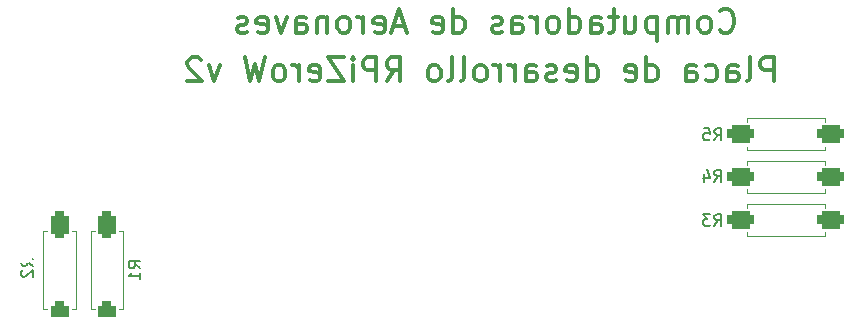
<source format=gbr>
%TF.GenerationSoftware,KiCad,Pcbnew,7.0.1-0*%
%TF.CreationDate,2023-12-26T23:08:58-03:00*%
%TF.ProjectId,rpizerow_kit_desarrollo,7270697a-6572-46f7-975f-6b69745f6465,2*%
%TF.SameCoordinates,Original*%
%TF.FileFunction,Legend,Bot*%
%TF.FilePolarity,Positive*%
%FSLAX46Y46*%
G04 Gerber Fmt 4.6, Leading zero omitted, Abs format (unit mm)*
G04 Created by KiCad (PCBNEW 7.0.1-0) date 2023-12-26 23:08:58*
%MOMM*%
%LPD*%
G01*
G04 APERTURE LIST*
G04 Aperture macros list*
%AMRoundRect*
0 Rectangle with rounded corners*
0 $1 Rounding radius*
0 $2 $3 $4 $5 $6 $7 $8 $9 X,Y pos of 4 corners*
0 Add a 4 corners polygon primitive as box body*
4,1,4,$2,$3,$4,$5,$6,$7,$8,$9,$2,$3,0*
0 Add four circle primitives for the rounded corners*
1,1,$1+$1,$2,$3*
1,1,$1+$1,$4,$5*
1,1,$1+$1,$6,$7*
1,1,$1+$1,$8,$9*
0 Add four rect primitives between the rounded corners*
20,1,$1+$1,$2,$3,$4,$5,0*
20,1,$1+$1,$4,$5,$6,$7,0*
20,1,$1+$1,$6,$7,$8,$9,0*
20,1,$1+$1,$8,$9,$2,$3,0*%
G04 Aperture macros list end*
%ADD10C,0.300000*%
%ADD11C,0.150000*%
%ADD12C,0.120000*%
%ADD13O,1.600000X1.600000*%
%ADD14C,1.600000*%
%ADD15O,1.700000X1.700000*%
%ADD16R,1.700000X1.700000*%
%ADD17C,2.000000*%
%ADD18R,2.000000X2.000000*%
%ADD19C,1.440000*%
%ADD20O,1.400000X1.400000*%
%ADD21C,1.400000*%
%ADD22R,2.600000X2.600000*%
%ADD23C,2.600000*%
%ADD24C,1.700000*%
%ADD25R,1.800000X1.070000*%
%ADD26O,1.800000X1.070000*%
%ADD27RoundRect,0.381000X0.381000X-0.762000X0.381000X0.762000X-0.381000X0.762000X-0.381000X-0.762000X0*%
%ADD28RoundRect,0.381000X-0.762000X-0.381000X0.762000X-0.381000X0.762000X0.381000X-0.762000X0.381000X0*%
G04 APERTURE END LIST*
D10*
X101923809Y-31455238D02*
X101923809Y-29455238D01*
X101923809Y-29455238D02*
X101161904Y-29455238D01*
X101161904Y-29455238D02*
X100971428Y-29550476D01*
X100971428Y-29550476D02*
X100876190Y-29645714D01*
X100876190Y-29645714D02*
X100780952Y-29836190D01*
X100780952Y-29836190D02*
X100780952Y-30121904D01*
X100780952Y-30121904D02*
X100876190Y-30312380D01*
X100876190Y-30312380D02*
X100971428Y-30407619D01*
X100971428Y-30407619D02*
X101161904Y-30502857D01*
X101161904Y-30502857D02*
X101923809Y-30502857D01*
X99638095Y-31455238D02*
X99828571Y-31360000D01*
X99828571Y-31360000D02*
X99923809Y-31169523D01*
X99923809Y-31169523D02*
X99923809Y-29455238D01*
X98019047Y-31455238D02*
X98019047Y-30407619D01*
X98019047Y-30407619D02*
X98114285Y-30217142D01*
X98114285Y-30217142D02*
X98304761Y-30121904D01*
X98304761Y-30121904D02*
X98685714Y-30121904D01*
X98685714Y-30121904D02*
X98876190Y-30217142D01*
X98019047Y-31360000D02*
X98209523Y-31455238D01*
X98209523Y-31455238D02*
X98685714Y-31455238D01*
X98685714Y-31455238D02*
X98876190Y-31360000D01*
X98876190Y-31360000D02*
X98971428Y-31169523D01*
X98971428Y-31169523D02*
X98971428Y-30979047D01*
X98971428Y-30979047D02*
X98876190Y-30788571D01*
X98876190Y-30788571D02*
X98685714Y-30693333D01*
X98685714Y-30693333D02*
X98209523Y-30693333D01*
X98209523Y-30693333D02*
X98019047Y-30598095D01*
X96209523Y-31360000D02*
X96399999Y-31455238D01*
X96399999Y-31455238D02*
X96780952Y-31455238D01*
X96780952Y-31455238D02*
X96971428Y-31360000D01*
X96971428Y-31360000D02*
X97066666Y-31264761D01*
X97066666Y-31264761D02*
X97161904Y-31074285D01*
X97161904Y-31074285D02*
X97161904Y-30502857D01*
X97161904Y-30502857D02*
X97066666Y-30312380D01*
X97066666Y-30312380D02*
X96971428Y-30217142D01*
X96971428Y-30217142D02*
X96780952Y-30121904D01*
X96780952Y-30121904D02*
X96399999Y-30121904D01*
X96399999Y-30121904D02*
X96209523Y-30217142D01*
X94495237Y-31455238D02*
X94495237Y-30407619D01*
X94495237Y-30407619D02*
X94590475Y-30217142D01*
X94590475Y-30217142D02*
X94780951Y-30121904D01*
X94780951Y-30121904D02*
X95161904Y-30121904D01*
X95161904Y-30121904D02*
X95352380Y-30217142D01*
X94495237Y-31360000D02*
X94685713Y-31455238D01*
X94685713Y-31455238D02*
X95161904Y-31455238D01*
X95161904Y-31455238D02*
X95352380Y-31360000D01*
X95352380Y-31360000D02*
X95447618Y-31169523D01*
X95447618Y-31169523D02*
X95447618Y-30979047D01*
X95447618Y-30979047D02*
X95352380Y-30788571D01*
X95352380Y-30788571D02*
X95161904Y-30693333D01*
X95161904Y-30693333D02*
X94685713Y-30693333D01*
X94685713Y-30693333D02*
X94495237Y-30598095D01*
X91161903Y-31455238D02*
X91161903Y-29455238D01*
X91161903Y-31360000D02*
X91352379Y-31455238D01*
X91352379Y-31455238D02*
X91733332Y-31455238D01*
X91733332Y-31455238D02*
X91923808Y-31360000D01*
X91923808Y-31360000D02*
X92019046Y-31264761D01*
X92019046Y-31264761D02*
X92114284Y-31074285D01*
X92114284Y-31074285D02*
X92114284Y-30502857D01*
X92114284Y-30502857D02*
X92019046Y-30312380D01*
X92019046Y-30312380D02*
X91923808Y-30217142D01*
X91923808Y-30217142D02*
X91733332Y-30121904D01*
X91733332Y-30121904D02*
X91352379Y-30121904D01*
X91352379Y-30121904D02*
X91161903Y-30217142D01*
X89447617Y-31360000D02*
X89638093Y-31455238D01*
X89638093Y-31455238D02*
X90019046Y-31455238D01*
X90019046Y-31455238D02*
X90209522Y-31360000D01*
X90209522Y-31360000D02*
X90304760Y-31169523D01*
X90304760Y-31169523D02*
X90304760Y-30407619D01*
X90304760Y-30407619D02*
X90209522Y-30217142D01*
X90209522Y-30217142D02*
X90019046Y-30121904D01*
X90019046Y-30121904D02*
X89638093Y-30121904D01*
X89638093Y-30121904D02*
X89447617Y-30217142D01*
X89447617Y-30217142D02*
X89352379Y-30407619D01*
X89352379Y-30407619D02*
X89352379Y-30598095D01*
X89352379Y-30598095D02*
X90304760Y-30788571D01*
X86114283Y-31455238D02*
X86114283Y-29455238D01*
X86114283Y-31360000D02*
X86304759Y-31455238D01*
X86304759Y-31455238D02*
X86685712Y-31455238D01*
X86685712Y-31455238D02*
X86876188Y-31360000D01*
X86876188Y-31360000D02*
X86971426Y-31264761D01*
X86971426Y-31264761D02*
X87066664Y-31074285D01*
X87066664Y-31074285D02*
X87066664Y-30502857D01*
X87066664Y-30502857D02*
X86971426Y-30312380D01*
X86971426Y-30312380D02*
X86876188Y-30217142D01*
X86876188Y-30217142D02*
X86685712Y-30121904D01*
X86685712Y-30121904D02*
X86304759Y-30121904D01*
X86304759Y-30121904D02*
X86114283Y-30217142D01*
X84399997Y-31360000D02*
X84590473Y-31455238D01*
X84590473Y-31455238D02*
X84971426Y-31455238D01*
X84971426Y-31455238D02*
X85161902Y-31360000D01*
X85161902Y-31360000D02*
X85257140Y-31169523D01*
X85257140Y-31169523D02*
X85257140Y-30407619D01*
X85257140Y-30407619D02*
X85161902Y-30217142D01*
X85161902Y-30217142D02*
X84971426Y-30121904D01*
X84971426Y-30121904D02*
X84590473Y-30121904D01*
X84590473Y-30121904D02*
X84399997Y-30217142D01*
X84399997Y-30217142D02*
X84304759Y-30407619D01*
X84304759Y-30407619D02*
X84304759Y-30598095D01*
X84304759Y-30598095D02*
X85257140Y-30788571D01*
X83542854Y-31360000D02*
X83352378Y-31455238D01*
X83352378Y-31455238D02*
X82971426Y-31455238D01*
X82971426Y-31455238D02*
X82780949Y-31360000D01*
X82780949Y-31360000D02*
X82685711Y-31169523D01*
X82685711Y-31169523D02*
X82685711Y-31074285D01*
X82685711Y-31074285D02*
X82780949Y-30883809D01*
X82780949Y-30883809D02*
X82971426Y-30788571D01*
X82971426Y-30788571D02*
X83257140Y-30788571D01*
X83257140Y-30788571D02*
X83447616Y-30693333D01*
X83447616Y-30693333D02*
X83542854Y-30502857D01*
X83542854Y-30502857D02*
X83542854Y-30407619D01*
X83542854Y-30407619D02*
X83447616Y-30217142D01*
X83447616Y-30217142D02*
X83257140Y-30121904D01*
X83257140Y-30121904D02*
X82971426Y-30121904D01*
X82971426Y-30121904D02*
X82780949Y-30217142D01*
X80971425Y-31455238D02*
X80971425Y-30407619D01*
X80971425Y-30407619D02*
X81066663Y-30217142D01*
X81066663Y-30217142D02*
X81257139Y-30121904D01*
X81257139Y-30121904D02*
X81638092Y-30121904D01*
X81638092Y-30121904D02*
X81828568Y-30217142D01*
X80971425Y-31360000D02*
X81161901Y-31455238D01*
X81161901Y-31455238D02*
X81638092Y-31455238D01*
X81638092Y-31455238D02*
X81828568Y-31360000D01*
X81828568Y-31360000D02*
X81923806Y-31169523D01*
X81923806Y-31169523D02*
X81923806Y-30979047D01*
X81923806Y-30979047D02*
X81828568Y-30788571D01*
X81828568Y-30788571D02*
X81638092Y-30693333D01*
X81638092Y-30693333D02*
X81161901Y-30693333D01*
X81161901Y-30693333D02*
X80971425Y-30598095D01*
X80019044Y-31455238D02*
X80019044Y-30121904D01*
X80019044Y-30502857D02*
X79923806Y-30312380D01*
X79923806Y-30312380D02*
X79828568Y-30217142D01*
X79828568Y-30217142D02*
X79638092Y-30121904D01*
X79638092Y-30121904D02*
X79447615Y-30121904D01*
X78780949Y-31455238D02*
X78780949Y-30121904D01*
X78780949Y-30502857D02*
X78685711Y-30312380D01*
X78685711Y-30312380D02*
X78590473Y-30217142D01*
X78590473Y-30217142D02*
X78399997Y-30121904D01*
X78399997Y-30121904D02*
X78209520Y-30121904D01*
X77257140Y-31455238D02*
X77447616Y-31360000D01*
X77447616Y-31360000D02*
X77542854Y-31264761D01*
X77542854Y-31264761D02*
X77638092Y-31074285D01*
X77638092Y-31074285D02*
X77638092Y-30502857D01*
X77638092Y-30502857D02*
X77542854Y-30312380D01*
X77542854Y-30312380D02*
X77447616Y-30217142D01*
X77447616Y-30217142D02*
X77257140Y-30121904D01*
X77257140Y-30121904D02*
X76971425Y-30121904D01*
X76971425Y-30121904D02*
X76780949Y-30217142D01*
X76780949Y-30217142D02*
X76685711Y-30312380D01*
X76685711Y-30312380D02*
X76590473Y-30502857D01*
X76590473Y-30502857D02*
X76590473Y-31074285D01*
X76590473Y-31074285D02*
X76685711Y-31264761D01*
X76685711Y-31264761D02*
X76780949Y-31360000D01*
X76780949Y-31360000D02*
X76971425Y-31455238D01*
X76971425Y-31455238D02*
X77257140Y-31455238D01*
X75447616Y-31455238D02*
X75638092Y-31360000D01*
X75638092Y-31360000D02*
X75733330Y-31169523D01*
X75733330Y-31169523D02*
X75733330Y-29455238D01*
X74399997Y-31455238D02*
X74590473Y-31360000D01*
X74590473Y-31360000D02*
X74685711Y-31169523D01*
X74685711Y-31169523D02*
X74685711Y-29455238D01*
X73352378Y-31455238D02*
X73542854Y-31360000D01*
X73542854Y-31360000D02*
X73638092Y-31264761D01*
X73638092Y-31264761D02*
X73733330Y-31074285D01*
X73733330Y-31074285D02*
X73733330Y-30502857D01*
X73733330Y-30502857D02*
X73638092Y-30312380D01*
X73638092Y-30312380D02*
X73542854Y-30217142D01*
X73542854Y-30217142D02*
X73352378Y-30121904D01*
X73352378Y-30121904D02*
X73066663Y-30121904D01*
X73066663Y-30121904D02*
X72876187Y-30217142D01*
X72876187Y-30217142D02*
X72780949Y-30312380D01*
X72780949Y-30312380D02*
X72685711Y-30502857D01*
X72685711Y-30502857D02*
X72685711Y-31074285D01*
X72685711Y-31074285D02*
X72780949Y-31264761D01*
X72780949Y-31264761D02*
X72876187Y-31360000D01*
X72876187Y-31360000D02*
X73066663Y-31455238D01*
X73066663Y-31455238D02*
X73352378Y-31455238D01*
X69161901Y-31455238D02*
X69828568Y-30502857D01*
X70304758Y-31455238D02*
X70304758Y-29455238D01*
X70304758Y-29455238D02*
X69542853Y-29455238D01*
X69542853Y-29455238D02*
X69352377Y-29550476D01*
X69352377Y-29550476D02*
X69257139Y-29645714D01*
X69257139Y-29645714D02*
X69161901Y-29836190D01*
X69161901Y-29836190D02*
X69161901Y-30121904D01*
X69161901Y-30121904D02*
X69257139Y-30312380D01*
X69257139Y-30312380D02*
X69352377Y-30407619D01*
X69352377Y-30407619D02*
X69542853Y-30502857D01*
X69542853Y-30502857D02*
X70304758Y-30502857D01*
X68304758Y-31455238D02*
X68304758Y-29455238D01*
X68304758Y-29455238D02*
X67542853Y-29455238D01*
X67542853Y-29455238D02*
X67352377Y-29550476D01*
X67352377Y-29550476D02*
X67257139Y-29645714D01*
X67257139Y-29645714D02*
X67161901Y-29836190D01*
X67161901Y-29836190D02*
X67161901Y-30121904D01*
X67161901Y-30121904D02*
X67257139Y-30312380D01*
X67257139Y-30312380D02*
X67352377Y-30407619D01*
X67352377Y-30407619D02*
X67542853Y-30502857D01*
X67542853Y-30502857D02*
X68304758Y-30502857D01*
X66304758Y-31455238D02*
X66304758Y-30121904D01*
X66304758Y-29455238D02*
X66399996Y-29550476D01*
X66399996Y-29550476D02*
X66304758Y-29645714D01*
X66304758Y-29645714D02*
X66209520Y-29550476D01*
X66209520Y-29550476D02*
X66304758Y-29455238D01*
X66304758Y-29455238D02*
X66304758Y-29645714D01*
X65542853Y-29455238D02*
X64209520Y-29455238D01*
X64209520Y-29455238D02*
X65542853Y-31455238D01*
X65542853Y-31455238D02*
X64209520Y-31455238D01*
X62685710Y-31360000D02*
X62876186Y-31455238D01*
X62876186Y-31455238D02*
X63257139Y-31455238D01*
X63257139Y-31455238D02*
X63447615Y-31360000D01*
X63447615Y-31360000D02*
X63542853Y-31169523D01*
X63542853Y-31169523D02*
X63542853Y-30407619D01*
X63542853Y-30407619D02*
X63447615Y-30217142D01*
X63447615Y-30217142D02*
X63257139Y-30121904D01*
X63257139Y-30121904D02*
X62876186Y-30121904D01*
X62876186Y-30121904D02*
X62685710Y-30217142D01*
X62685710Y-30217142D02*
X62590472Y-30407619D01*
X62590472Y-30407619D02*
X62590472Y-30598095D01*
X62590472Y-30598095D02*
X63542853Y-30788571D01*
X61733329Y-31455238D02*
X61733329Y-30121904D01*
X61733329Y-30502857D02*
X61638091Y-30312380D01*
X61638091Y-30312380D02*
X61542853Y-30217142D01*
X61542853Y-30217142D02*
X61352377Y-30121904D01*
X61352377Y-30121904D02*
X61161900Y-30121904D01*
X60209520Y-31455238D02*
X60399996Y-31360000D01*
X60399996Y-31360000D02*
X60495234Y-31264761D01*
X60495234Y-31264761D02*
X60590472Y-31074285D01*
X60590472Y-31074285D02*
X60590472Y-30502857D01*
X60590472Y-30502857D02*
X60495234Y-30312380D01*
X60495234Y-30312380D02*
X60399996Y-30217142D01*
X60399996Y-30217142D02*
X60209520Y-30121904D01*
X60209520Y-30121904D02*
X59923805Y-30121904D01*
X59923805Y-30121904D02*
X59733329Y-30217142D01*
X59733329Y-30217142D02*
X59638091Y-30312380D01*
X59638091Y-30312380D02*
X59542853Y-30502857D01*
X59542853Y-30502857D02*
X59542853Y-31074285D01*
X59542853Y-31074285D02*
X59638091Y-31264761D01*
X59638091Y-31264761D02*
X59733329Y-31360000D01*
X59733329Y-31360000D02*
X59923805Y-31455238D01*
X59923805Y-31455238D02*
X60209520Y-31455238D01*
X58876186Y-29455238D02*
X58399996Y-31455238D01*
X58399996Y-31455238D02*
X58019043Y-30026666D01*
X58019043Y-30026666D02*
X57638091Y-31455238D01*
X57638091Y-31455238D02*
X57161901Y-29455238D01*
X55066662Y-30121904D02*
X54590472Y-31455238D01*
X54590472Y-31455238D02*
X54114281Y-30121904D01*
X53447614Y-29645714D02*
X53352376Y-29550476D01*
X53352376Y-29550476D02*
X53161900Y-29455238D01*
X53161900Y-29455238D02*
X52685709Y-29455238D01*
X52685709Y-29455238D02*
X52495233Y-29550476D01*
X52495233Y-29550476D02*
X52399995Y-29645714D01*
X52399995Y-29645714D02*
X52304757Y-29836190D01*
X52304757Y-29836190D02*
X52304757Y-30026666D01*
X52304757Y-30026666D02*
X52399995Y-30312380D01*
X52399995Y-30312380D02*
X53542852Y-31455238D01*
X53542852Y-31455238D02*
X52304757Y-31455238D01*
X97380952Y-27164761D02*
X97476190Y-27260000D01*
X97476190Y-27260000D02*
X97761904Y-27355238D01*
X97761904Y-27355238D02*
X97952380Y-27355238D01*
X97952380Y-27355238D02*
X98238095Y-27260000D01*
X98238095Y-27260000D02*
X98428571Y-27069523D01*
X98428571Y-27069523D02*
X98523809Y-26879047D01*
X98523809Y-26879047D02*
X98619047Y-26498095D01*
X98619047Y-26498095D02*
X98619047Y-26212380D01*
X98619047Y-26212380D02*
X98523809Y-25831428D01*
X98523809Y-25831428D02*
X98428571Y-25640952D01*
X98428571Y-25640952D02*
X98238095Y-25450476D01*
X98238095Y-25450476D02*
X97952380Y-25355238D01*
X97952380Y-25355238D02*
X97761904Y-25355238D01*
X97761904Y-25355238D02*
X97476190Y-25450476D01*
X97476190Y-25450476D02*
X97380952Y-25545714D01*
X96238095Y-27355238D02*
X96428571Y-27260000D01*
X96428571Y-27260000D02*
X96523809Y-27164761D01*
X96523809Y-27164761D02*
X96619047Y-26974285D01*
X96619047Y-26974285D02*
X96619047Y-26402857D01*
X96619047Y-26402857D02*
X96523809Y-26212380D01*
X96523809Y-26212380D02*
X96428571Y-26117142D01*
X96428571Y-26117142D02*
X96238095Y-26021904D01*
X96238095Y-26021904D02*
X95952380Y-26021904D01*
X95952380Y-26021904D02*
X95761904Y-26117142D01*
X95761904Y-26117142D02*
X95666666Y-26212380D01*
X95666666Y-26212380D02*
X95571428Y-26402857D01*
X95571428Y-26402857D02*
X95571428Y-26974285D01*
X95571428Y-26974285D02*
X95666666Y-27164761D01*
X95666666Y-27164761D02*
X95761904Y-27260000D01*
X95761904Y-27260000D02*
X95952380Y-27355238D01*
X95952380Y-27355238D02*
X96238095Y-27355238D01*
X94714285Y-27355238D02*
X94714285Y-26021904D01*
X94714285Y-26212380D02*
X94619047Y-26117142D01*
X94619047Y-26117142D02*
X94428571Y-26021904D01*
X94428571Y-26021904D02*
X94142856Y-26021904D01*
X94142856Y-26021904D02*
X93952380Y-26117142D01*
X93952380Y-26117142D02*
X93857142Y-26307619D01*
X93857142Y-26307619D02*
X93857142Y-27355238D01*
X93857142Y-26307619D02*
X93761904Y-26117142D01*
X93761904Y-26117142D02*
X93571428Y-26021904D01*
X93571428Y-26021904D02*
X93285714Y-26021904D01*
X93285714Y-26021904D02*
X93095237Y-26117142D01*
X93095237Y-26117142D02*
X92999999Y-26307619D01*
X92999999Y-26307619D02*
X92999999Y-27355238D01*
X92047618Y-26021904D02*
X92047618Y-28021904D01*
X92047618Y-26117142D02*
X91857142Y-26021904D01*
X91857142Y-26021904D02*
X91476189Y-26021904D01*
X91476189Y-26021904D02*
X91285713Y-26117142D01*
X91285713Y-26117142D02*
X91190475Y-26212380D01*
X91190475Y-26212380D02*
X91095237Y-26402857D01*
X91095237Y-26402857D02*
X91095237Y-26974285D01*
X91095237Y-26974285D02*
X91190475Y-27164761D01*
X91190475Y-27164761D02*
X91285713Y-27260000D01*
X91285713Y-27260000D02*
X91476189Y-27355238D01*
X91476189Y-27355238D02*
X91857142Y-27355238D01*
X91857142Y-27355238D02*
X92047618Y-27260000D01*
X89380951Y-26021904D02*
X89380951Y-27355238D01*
X90238094Y-26021904D02*
X90238094Y-27069523D01*
X90238094Y-27069523D02*
X90142856Y-27260000D01*
X90142856Y-27260000D02*
X89952380Y-27355238D01*
X89952380Y-27355238D02*
X89666665Y-27355238D01*
X89666665Y-27355238D02*
X89476189Y-27260000D01*
X89476189Y-27260000D02*
X89380951Y-27164761D01*
X88714284Y-26021904D02*
X87952380Y-26021904D01*
X88428570Y-25355238D02*
X88428570Y-27069523D01*
X88428570Y-27069523D02*
X88333332Y-27260000D01*
X88333332Y-27260000D02*
X88142856Y-27355238D01*
X88142856Y-27355238D02*
X87952380Y-27355238D01*
X86428570Y-27355238D02*
X86428570Y-26307619D01*
X86428570Y-26307619D02*
X86523808Y-26117142D01*
X86523808Y-26117142D02*
X86714284Y-26021904D01*
X86714284Y-26021904D02*
X87095237Y-26021904D01*
X87095237Y-26021904D02*
X87285713Y-26117142D01*
X86428570Y-27260000D02*
X86619046Y-27355238D01*
X86619046Y-27355238D02*
X87095237Y-27355238D01*
X87095237Y-27355238D02*
X87285713Y-27260000D01*
X87285713Y-27260000D02*
X87380951Y-27069523D01*
X87380951Y-27069523D02*
X87380951Y-26879047D01*
X87380951Y-26879047D02*
X87285713Y-26688571D01*
X87285713Y-26688571D02*
X87095237Y-26593333D01*
X87095237Y-26593333D02*
X86619046Y-26593333D01*
X86619046Y-26593333D02*
X86428570Y-26498095D01*
X84619046Y-27355238D02*
X84619046Y-25355238D01*
X84619046Y-27260000D02*
X84809522Y-27355238D01*
X84809522Y-27355238D02*
X85190475Y-27355238D01*
X85190475Y-27355238D02*
X85380951Y-27260000D01*
X85380951Y-27260000D02*
X85476189Y-27164761D01*
X85476189Y-27164761D02*
X85571427Y-26974285D01*
X85571427Y-26974285D02*
X85571427Y-26402857D01*
X85571427Y-26402857D02*
X85476189Y-26212380D01*
X85476189Y-26212380D02*
X85380951Y-26117142D01*
X85380951Y-26117142D02*
X85190475Y-26021904D01*
X85190475Y-26021904D02*
X84809522Y-26021904D01*
X84809522Y-26021904D02*
X84619046Y-26117142D01*
X83380951Y-27355238D02*
X83571427Y-27260000D01*
X83571427Y-27260000D02*
X83666665Y-27164761D01*
X83666665Y-27164761D02*
X83761903Y-26974285D01*
X83761903Y-26974285D02*
X83761903Y-26402857D01*
X83761903Y-26402857D02*
X83666665Y-26212380D01*
X83666665Y-26212380D02*
X83571427Y-26117142D01*
X83571427Y-26117142D02*
X83380951Y-26021904D01*
X83380951Y-26021904D02*
X83095236Y-26021904D01*
X83095236Y-26021904D02*
X82904760Y-26117142D01*
X82904760Y-26117142D02*
X82809522Y-26212380D01*
X82809522Y-26212380D02*
X82714284Y-26402857D01*
X82714284Y-26402857D02*
X82714284Y-26974285D01*
X82714284Y-26974285D02*
X82809522Y-27164761D01*
X82809522Y-27164761D02*
X82904760Y-27260000D01*
X82904760Y-27260000D02*
X83095236Y-27355238D01*
X83095236Y-27355238D02*
X83380951Y-27355238D01*
X81857141Y-27355238D02*
X81857141Y-26021904D01*
X81857141Y-26402857D02*
X81761903Y-26212380D01*
X81761903Y-26212380D02*
X81666665Y-26117142D01*
X81666665Y-26117142D02*
X81476189Y-26021904D01*
X81476189Y-26021904D02*
X81285712Y-26021904D01*
X79761903Y-27355238D02*
X79761903Y-26307619D01*
X79761903Y-26307619D02*
X79857141Y-26117142D01*
X79857141Y-26117142D02*
X80047617Y-26021904D01*
X80047617Y-26021904D02*
X80428570Y-26021904D01*
X80428570Y-26021904D02*
X80619046Y-26117142D01*
X79761903Y-27260000D02*
X79952379Y-27355238D01*
X79952379Y-27355238D02*
X80428570Y-27355238D01*
X80428570Y-27355238D02*
X80619046Y-27260000D01*
X80619046Y-27260000D02*
X80714284Y-27069523D01*
X80714284Y-27069523D02*
X80714284Y-26879047D01*
X80714284Y-26879047D02*
X80619046Y-26688571D01*
X80619046Y-26688571D02*
X80428570Y-26593333D01*
X80428570Y-26593333D02*
X79952379Y-26593333D01*
X79952379Y-26593333D02*
X79761903Y-26498095D01*
X78904760Y-27260000D02*
X78714284Y-27355238D01*
X78714284Y-27355238D02*
X78333332Y-27355238D01*
X78333332Y-27355238D02*
X78142855Y-27260000D01*
X78142855Y-27260000D02*
X78047617Y-27069523D01*
X78047617Y-27069523D02*
X78047617Y-26974285D01*
X78047617Y-26974285D02*
X78142855Y-26783809D01*
X78142855Y-26783809D02*
X78333332Y-26688571D01*
X78333332Y-26688571D02*
X78619046Y-26688571D01*
X78619046Y-26688571D02*
X78809522Y-26593333D01*
X78809522Y-26593333D02*
X78904760Y-26402857D01*
X78904760Y-26402857D02*
X78904760Y-26307619D01*
X78904760Y-26307619D02*
X78809522Y-26117142D01*
X78809522Y-26117142D02*
X78619046Y-26021904D01*
X78619046Y-26021904D02*
X78333332Y-26021904D01*
X78333332Y-26021904D02*
X78142855Y-26117142D01*
X74809521Y-27355238D02*
X74809521Y-25355238D01*
X74809521Y-27260000D02*
X74999997Y-27355238D01*
X74999997Y-27355238D02*
X75380950Y-27355238D01*
X75380950Y-27355238D02*
X75571426Y-27260000D01*
X75571426Y-27260000D02*
X75666664Y-27164761D01*
X75666664Y-27164761D02*
X75761902Y-26974285D01*
X75761902Y-26974285D02*
X75761902Y-26402857D01*
X75761902Y-26402857D02*
X75666664Y-26212380D01*
X75666664Y-26212380D02*
X75571426Y-26117142D01*
X75571426Y-26117142D02*
X75380950Y-26021904D01*
X75380950Y-26021904D02*
X74999997Y-26021904D01*
X74999997Y-26021904D02*
X74809521Y-26117142D01*
X73095235Y-27260000D02*
X73285711Y-27355238D01*
X73285711Y-27355238D02*
X73666664Y-27355238D01*
X73666664Y-27355238D02*
X73857140Y-27260000D01*
X73857140Y-27260000D02*
X73952378Y-27069523D01*
X73952378Y-27069523D02*
X73952378Y-26307619D01*
X73952378Y-26307619D02*
X73857140Y-26117142D01*
X73857140Y-26117142D02*
X73666664Y-26021904D01*
X73666664Y-26021904D02*
X73285711Y-26021904D01*
X73285711Y-26021904D02*
X73095235Y-26117142D01*
X73095235Y-26117142D02*
X72999997Y-26307619D01*
X72999997Y-26307619D02*
X72999997Y-26498095D01*
X72999997Y-26498095D02*
X73952378Y-26688571D01*
X70714282Y-26783809D02*
X69761901Y-26783809D01*
X70904758Y-27355238D02*
X70238092Y-25355238D01*
X70238092Y-25355238D02*
X69571425Y-27355238D01*
X68142853Y-27260000D02*
X68333329Y-27355238D01*
X68333329Y-27355238D02*
X68714282Y-27355238D01*
X68714282Y-27355238D02*
X68904758Y-27260000D01*
X68904758Y-27260000D02*
X68999996Y-27069523D01*
X68999996Y-27069523D02*
X68999996Y-26307619D01*
X68999996Y-26307619D02*
X68904758Y-26117142D01*
X68904758Y-26117142D02*
X68714282Y-26021904D01*
X68714282Y-26021904D02*
X68333329Y-26021904D01*
X68333329Y-26021904D02*
X68142853Y-26117142D01*
X68142853Y-26117142D02*
X68047615Y-26307619D01*
X68047615Y-26307619D02*
X68047615Y-26498095D01*
X68047615Y-26498095D02*
X68999996Y-26688571D01*
X67190472Y-27355238D02*
X67190472Y-26021904D01*
X67190472Y-26402857D02*
X67095234Y-26212380D01*
X67095234Y-26212380D02*
X66999996Y-26117142D01*
X66999996Y-26117142D02*
X66809520Y-26021904D01*
X66809520Y-26021904D02*
X66619043Y-26021904D01*
X65666663Y-27355238D02*
X65857139Y-27260000D01*
X65857139Y-27260000D02*
X65952377Y-27164761D01*
X65952377Y-27164761D02*
X66047615Y-26974285D01*
X66047615Y-26974285D02*
X66047615Y-26402857D01*
X66047615Y-26402857D02*
X65952377Y-26212380D01*
X65952377Y-26212380D02*
X65857139Y-26117142D01*
X65857139Y-26117142D02*
X65666663Y-26021904D01*
X65666663Y-26021904D02*
X65380948Y-26021904D01*
X65380948Y-26021904D02*
X65190472Y-26117142D01*
X65190472Y-26117142D02*
X65095234Y-26212380D01*
X65095234Y-26212380D02*
X64999996Y-26402857D01*
X64999996Y-26402857D02*
X64999996Y-26974285D01*
X64999996Y-26974285D02*
X65095234Y-27164761D01*
X65095234Y-27164761D02*
X65190472Y-27260000D01*
X65190472Y-27260000D02*
X65380948Y-27355238D01*
X65380948Y-27355238D02*
X65666663Y-27355238D01*
X64142853Y-26021904D02*
X64142853Y-27355238D01*
X64142853Y-26212380D02*
X64047615Y-26117142D01*
X64047615Y-26117142D02*
X63857139Y-26021904D01*
X63857139Y-26021904D02*
X63571424Y-26021904D01*
X63571424Y-26021904D02*
X63380948Y-26117142D01*
X63380948Y-26117142D02*
X63285710Y-26307619D01*
X63285710Y-26307619D02*
X63285710Y-27355238D01*
X61476186Y-27355238D02*
X61476186Y-26307619D01*
X61476186Y-26307619D02*
X61571424Y-26117142D01*
X61571424Y-26117142D02*
X61761900Y-26021904D01*
X61761900Y-26021904D02*
X62142853Y-26021904D01*
X62142853Y-26021904D02*
X62333329Y-26117142D01*
X61476186Y-27260000D02*
X61666662Y-27355238D01*
X61666662Y-27355238D02*
X62142853Y-27355238D01*
X62142853Y-27355238D02*
X62333329Y-27260000D01*
X62333329Y-27260000D02*
X62428567Y-27069523D01*
X62428567Y-27069523D02*
X62428567Y-26879047D01*
X62428567Y-26879047D02*
X62333329Y-26688571D01*
X62333329Y-26688571D02*
X62142853Y-26593333D01*
X62142853Y-26593333D02*
X61666662Y-26593333D01*
X61666662Y-26593333D02*
X61476186Y-26498095D01*
X60714281Y-26021904D02*
X60238091Y-27355238D01*
X60238091Y-27355238D02*
X59761900Y-26021904D01*
X58238090Y-27260000D02*
X58428566Y-27355238D01*
X58428566Y-27355238D02*
X58809519Y-27355238D01*
X58809519Y-27355238D02*
X58999995Y-27260000D01*
X58999995Y-27260000D02*
X59095233Y-27069523D01*
X59095233Y-27069523D02*
X59095233Y-26307619D01*
X59095233Y-26307619D02*
X58999995Y-26117142D01*
X58999995Y-26117142D02*
X58809519Y-26021904D01*
X58809519Y-26021904D02*
X58428566Y-26021904D01*
X58428566Y-26021904D02*
X58238090Y-26117142D01*
X58238090Y-26117142D02*
X58142852Y-26307619D01*
X58142852Y-26307619D02*
X58142852Y-26498095D01*
X58142852Y-26498095D02*
X59095233Y-26688571D01*
X57380947Y-27260000D02*
X57190471Y-27355238D01*
X57190471Y-27355238D02*
X56809519Y-27355238D01*
X56809519Y-27355238D02*
X56619042Y-27260000D01*
X56619042Y-27260000D02*
X56523804Y-27069523D01*
X56523804Y-27069523D02*
X56523804Y-26974285D01*
X56523804Y-26974285D02*
X56619042Y-26783809D01*
X56619042Y-26783809D02*
X56809519Y-26688571D01*
X56809519Y-26688571D02*
X57095233Y-26688571D01*
X57095233Y-26688571D02*
X57285709Y-26593333D01*
X57285709Y-26593333D02*
X57380947Y-26402857D01*
X57380947Y-26402857D02*
X57380947Y-26307619D01*
X57380947Y-26307619D02*
X57285709Y-26117142D01*
X57285709Y-26117142D02*
X57095233Y-26021904D01*
X57095233Y-26021904D02*
X56809519Y-26021904D01*
X56809519Y-26021904D02*
X56619042Y-26117142D01*
D11*
%TO.C,R1*%
X48317619Y-47293333D02*
X47841428Y-46960000D01*
X48317619Y-46721905D02*
X47317619Y-46721905D01*
X47317619Y-46721905D02*
X47317619Y-47102857D01*
X47317619Y-47102857D02*
X47365238Y-47198095D01*
X47365238Y-47198095D02*
X47412857Y-47245714D01*
X47412857Y-47245714D02*
X47508095Y-47293333D01*
X47508095Y-47293333D02*
X47650952Y-47293333D01*
X47650952Y-47293333D02*
X47746190Y-47245714D01*
X47746190Y-47245714D02*
X47793809Y-47198095D01*
X47793809Y-47198095D02*
X47841428Y-47102857D01*
X47841428Y-47102857D02*
X47841428Y-46721905D01*
X48317619Y-48245714D02*
X48317619Y-47674286D01*
X48317619Y-47960000D02*
X47317619Y-47960000D01*
X47317619Y-47960000D02*
X47460476Y-47864762D01*
X47460476Y-47864762D02*
X47555714Y-47769524D01*
X47555714Y-47769524D02*
X47603333Y-47674286D01*
%TO.C,R5*%
X96916666Y-36462619D02*
X97249999Y-35986428D01*
X97488094Y-36462619D02*
X97488094Y-35462619D01*
X97488094Y-35462619D02*
X97107142Y-35462619D01*
X97107142Y-35462619D02*
X97011904Y-35510238D01*
X97011904Y-35510238D02*
X96964285Y-35557857D01*
X96964285Y-35557857D02*
X96916666Y-35653095D01*
X96916666Y-35653095D02*
X96916666Y-35795952D01*
X96916666Y-35795952D02*
X96964285Y-35891190D01*
X96964285Y-35891190D02*
X97011904Y-35938809D01*
X97011904Y-35938809D02*
X97107142Y-35986428D01*
X97107142Y-35986428D02*
X97488094Y-35986428D01*
X96011904Y-35462619D02*
X96488094Y-35462619D01*
X96488094Y-35462619D02*
X96535713Y-35938809D01*
X96535713Y-35938809D02*
X96488094Y-35891190D01*
X96488094Y-35891190D02*
X96392856Y-35843571D01*
X96392856Y-35843571D02*
X96154761Y-35843571D01*
X96154761Y-35843571D02*
X96059523Y-35891190D01*
X96059523Y-35891190D02*
X96011904Y-35938809D01*
X96011904Y-35938809D02*
X95964285Y-36034047D01*
X95964285Y-36034047D02*
X95964285Y-36272142D01*
X95964285Y-36272142D02*
X96011904Y-36367380D01*
X96011904Y-36367380D02*
X96059523Y-36415000D01*
X96059523Y-36415000D02*
X96154761Y-36462619D01*
X96154761Y-36462619D02*
X96392856Y-36462619D01*
X96392856Y-36462619D02*
X96488094Y-36415000D01*
X96488094Y-36415000D02*
X96535713Y-36367380D01*
%TO.C,R2*%
X39212619Y-47083333D02*
X38736428Y-46750000D01*
X39212619Y-46511905D02*
X38212619Y-46511905D01*
X38212619Y-46511905D02*
X38212619Y-46892857D01*
X38212619Y-46892857D02*
X38260238Y-46988095D01*
X38260238Y-46988095D02*
X38307857Y-47035714D01*
X38307857Y-47035714D02*
X38403095Y-47083333D01*
X38403095Y-47083333D02*
X38545952Y-47083333D01*
X38545952Y-47083333D02*
X38641190Y-47035714D01*
X38641190Y-47035714D02*
X38688809Y-46988095D01*
X38688809Y-46988095D02*
X38736428Y-46892857D01*
X38736428Y-46892857D02*
X38736428Y-46511905D01*
X38307857Y-47464286D02*
X38260238Y-47511905D01*
X38260238Y-47511905D02*
X38212619Y-47607143D01*
X38212619Y-47607143D02*
X38212619Y-47845238D01*
X38212619Y-47845238D02*
X38260238Y-47940476D01*
X38260238Y-47940476D02*
X38307857Y-47988095D01*
X38307857Y-47988095D02*
X38403095Y-48035714D01*
X38403095Y-48035714D02*
X38498333Y-48035714D01*
X38498333Y-48035714D02*
X38641190Y-47988095D01*
X38641190Y-47988095D02*
X39212619Y-47416667D01*
X39212619Y-47416667D02*
X39212619Y-48035714D01*
%TO.C,R4*%
X96916666Y-39962619D02*
X97249999Y-39486428D01*
X97488094Y-39962619D02*
X97488094Y-38962619D01*
X97488094Y-38962619D02*
X97107142Y-38962619D01*
X97107142Y-38962619D02*
X97011904Y-39010238D01*
X97011904Y-39010238D02*
X96964285Y-39057857D01*
X96964285Y-39057857D02*
X96916666Y-39153095D01*
X96916666Y-39153095D02*
X96916666Y-39295952D01*
X96916666Y-39295952D02*
X96964285Y-39391190D01*
X96964285Y-39391190D02*
X97011904Y-39438809D01*
X97011904Y-39438809D02*
X97107142Y-39486428D01*
X97107142Y-39486428D02*
X97488094Y-39486428D01*
X96059523Y-39295952D02*
X96059523Y-39962619D01*
X96297618Y-38915000D02*
X96535713Y-39629285D01*
X96535713Y-39629285D02*
X95916666Y-39629285D01*
%TO.C,R3*%
X96916666Y-43712619D02*
X97249999Y-43236428D01*
X97488094Y-43712619D02*
X97488094Y-42712619D01*
X97488094Y-42712619D02*
X97107142Y-42712619D01*
X97107142Y-42712619D02*
X97011904Y-42760238D01*
X97011904Y-42760238D02*
X96964285Y-42807857D01*
X96964285Y-42807857D02*
X96916666Y-42903095D01*
X96916666Y-42903095D02*
X96916666Y-43045952D01*
X96916666Y-43045952D02*
X96964285Y-43141190D01*
X96964285Y-43141190D02*
X97011904Y-43188809D01*
X97011904Y-43188809D02*
X97107142Y-43236428D01*
X97107142Y-43236428D02*
X97488094Y-43236428D01*
X96583332Y-42712619D02*
X95964285Y-42712619D01*
X95964285Y-42712619D02*
X96297618Y-43093571D01*
X96297618Y-43093571D02*
X96154761Y-43093571D01*
X96154761Y-43093571D02*
X96059523Y-43141190D01*
X96059523Y-43141190D02*
X96011904Y-43188809D01*
X96011904Y-43188809D02*
X95964285Y-43284047D01*
X95964285Y-43284047D02*
X95964285Y-43522142D01*
X95964285Y-43522142D02*
X96011904Y-43617380D01*
X96011904Y-43617380D02*
X96059523Y-43665000D01*
X96059523Y-43665000D02*
X96154761Y-43712619D01*
X96154761Y-43712619D02*
X96440475Y-43712619D01*
X96440475Y-43712619D02*
X96535713Y-43665000D01*
X96535713Y-43665000D02*
X96583332Y-43617380D01*
D12*
%TO.C,R1*%
X46855000Y-44190000D02*
X46525000Y-44190000D01*
X44115000Y-44190000D02*
X44445000Y-44190000D01*
X46855000Y-50730000D02*
X46855000Y-44190000D01*
X46525000Y-50730000D02*
X46855000Y-50730000D01*
X44445000Y-50730000D02*
X44115000Y-50730000D01*
X44115000Y-50730000D02*
X44115000Y-44190000D01*
%TO.C,R5*%
X106255000Y-37330000D02*
X106255000Y-37000000D01*
X106255000Y-34590000D02*
X106255000Y-34920000D01*
X99715000Y-37330000D02*
X106255000Y-37330000D01*
X99715000Y-37000000D02*
X99715000Y-37330000D01*
X99715000Y-34920000D02*
X99715000Y-34590000D01*
X99715000Y-34590000D02*
X106255000Y-34590000D01*
%TO.C,R2*%
X42855000Y-44190000D02*
X42525000Y-44190000D01*
X40115000Y-44190000D02*
X40445000Y-44190000D01*
X42855000Y-50730000D02*
X42855000Y-44190000D01*
X42525000Y-50730000D02*
X42855000Y-50730000D01*
X40445000Y-50730000D02*
X40115000Y-50730000D01*
X40115000Y-50730000D02*
X40115000Y-44190000D01*
%TO.C,R4*%
X106255000Y-40950000D02*
X106255000Y-40620000D01*
X106255000Y-38210000D02*
X106255000Y-38540000D01*
X99715000Y-40950000D02*
X106255000Y-40950000D01*
X99715000Y-40620000D02*
X99715000Y-40950000D01*
X99715000Y-38540000D02*
X99715000Y-38210000D01*
X99715000Y-38210000D02*
X106255000Y-38210000D01*
%TO.C,R3*%
X106255000Y-44580000D02*
X106255000Y-44250000D01*
X106255000Y-41840000D02*
X106255000Y-42170000D01*
X99715000Y-44580000D02*
X106255000Y-44580000D01*
X99715000Y-44250000D02*
X99715000Y-44580000D01*
X99715000Y-42170000D02*
X99715000Y-41840000D01*
X99715000Y-41840000D02*
X106255000Y-41840000D01*
%TD*%
%LPC*%
D13*
%TO.C,R6*%
X113985000Y-49650000D03*
D14*
X113985000Y-57270000D03*
%TD*%
D15*
%TO.C,ADC Externo*%
X72147500Y-58717500D03*
X69607500Y-58717500D03*
D16*
X77227500Y-58717500D03*
D15*
X54367500Y-58717500D03*
X56907500Y-58717500D03*
X59447500Y-58717500D03*
X61987500Y-58717500D03*
X74687500Y-58717500D03*
X64527500Y-58717500D03*
X67067500Y-58717500D03*
%TD*%
D17*
%TO.C,Buzzer*%
X113485000Y-87260000D03*
D18*
X113485000Y-79660000D03*
%TD*%
D19*
%TO.C,RV*%
X41330000Y-62170000D03*
X46410000Y-64710000D03*
X41330000Y-67250000D03*
%TD*%
D20*
%TO.C,NTC*%
X38485000Y-48780000D03*
D21*
X38485000Y-46240000D03*
%TD*%
D17*
%TO.C,SW*%
X102735000Y-62710000D03*
X96235000Y-62710000D03*
X102735000Y-58210000D03*
X96235000Y-58210000D03*
%TD*%
D22*
%TO.C,J2*%
X45430000Y-81915000D03*
D23*
X45430000Y-86995000D03*
%TD*%
D24*
%TO.C,4-Digit LED Display*%
X100945000Y-82840000D03*
X100945000Y-85380000D03*
X100945000Y-87920000D03*
X100945000Y-90460000D03*
X57765000Y-82840000D03*
X57765000Y-85380000D03*
X57765000Y-87920000D03*
X57765000Y-90460000D03*
%TD*%
D25*
%TO.C,RGB*%
X115000000Y-35980000D03*
D26*
X115000000Y-37250000D03*
X115000000Y-38520000D03*
X115000000Y-39790000D03*
%TD*%
D15*
%TO.C,BMP180*%
X83365000Y-58460000D03*
X85905000Y-58460000D03*
X88445000Y-58460000D03*
D16*
X90985000Y-58460000D03*
%TD*%
D15*
%TO.C,RPiZeroW*%
X51445000Y-53000000D03*
D16*
X51445000Y-50460000D03*
D15*
X53985000Y-53000000D03*
X53985000Y-50460000D03*
X56525000Y-53000000D03*
X56525000Y-50460000D03*
X59065000Y-53000000D03*
X59065000Y-50460000D03*
X61605000Y-53000000D03*
X61605000Y-50460000D03*
X64145000Y-53000000D03*
X64145000Y-50460000D03*
X66685000Y-53000000D03*
X66685000Y-50460000D03*
X69225000Y-53000000D03*
X69225000Y-50460000D03*
X71765000Y-53000000D03*
X71765000Y-50460000D03*
X74305000Y-53000000D03*
X74305000Y-50460000D03*
X76845000Y-53000000D03*
X76845000Y-50460000D03*
X79385000Y-53000000D03*
X79385000Y-50460000D03*
X81925000Y-53000000D03*
X81925000Y-50460000D03*
X84465000Y-53000000D03*
X84465000Y-50460000D03*
X87005000Y-53000000D03*
X87005000Y-50460000D03*
X89545000Y-53000000D03*
X89545000Y-50460000D03*
X92085000Y-53000000D03*
X92085000Y-50460000D03*
X94625000Y-53000000D03*
X94625000Y-50460000D03*
X97165000Y-53000000D03*
X97165000Y-50460000D03*
X99705000Y-53000000D03*
X99705000Y-50460000D03*
%TD*%
%TO.C,UART-USB*%
X109485000Y-71000000D03*
X109485000Y-68460000D03*
X109485000Y-65920000D03*
X109485000Y-63380000D03*
D16*
X109485000Y-60840000D03*
%TD*%
D14*
%TO.C,LDR*%
X38485000Y-37960000D03*
X38485000Y-40960000D03*
%TD*%
D27*
%TO.C,R1*%
X45485000Y-43650000D03*
X45485000Y-51270000D03*
%TD*%
D28*
%TO.C,R5*%
X106795000Y-35960000D03*
X99175000Y-35960000D03*
%TD*%
D27*
%TO.C,R2*%
X41485000Y-43650000D03*
X41485000Y-51270000D03*
%TD*%
D28*
%TO.C,R4*%
X106795000Y-39580000D03*
X99175000Y-39580000D03*
%TD*%
%TO.C,R3*%
X106795000Y-43210000D03*
X99175000Y-43210000D03*
%TD*%
M02*

</source>
